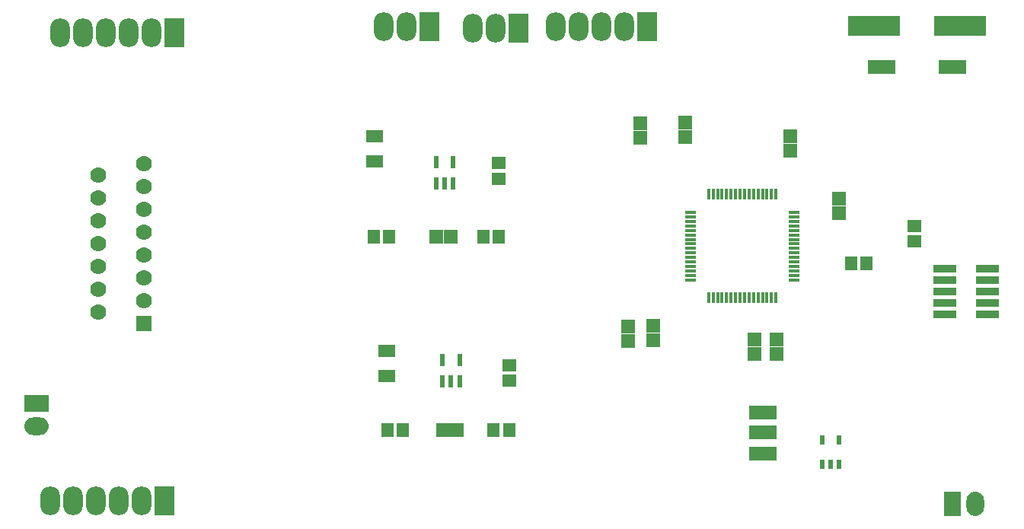
<source format=gts>
G04*
G04 #@! TF.GenerationSoftware,Altium Limited,Altium Designer,20.2.5 (213)*
G04*
G04 Layer_Color=8388736*
%FSAX44Y44*%
%MOMM*%
G71*
G04*
G04 #@! TF.SameCoordinates,DEE1CB44-B07E-4D6A-B40A-D2815B2109DB*
G04*
G04*
G04 #@! TF.FilePolarity,Negative*
G04*
G01*
G75*
%ADD16R,0.5588X1.3208*%
%ADD18R,1.1938X0.3048*%
%ADD19R,0.3048X1.1938*%
%ADD25R,0.5080X0.9779*%
%ADD26R,1.8532X1.4032*%
%ADD27R,1.6032X1.5032*%
%ADD28R,5.8032X2.3032*%
%ADD29R,1.5032X1.6032*%
%ADD30R,1.3532X1.5532*%
%ADD31R,1.5532X1.3532*%
%ADD32R,2.6032X0.9632*%
%ADD33O,2.2032X3.2032*%
%ADD34R,2.2032X3.2032*%
%ADD35R,1.7780X1.7780*%
%ADD36C,1.7780*%
%ADD37R,2.7032X1.9532*%
%ADD38O,2.7032X1.9532*%
%ADD39O,1.9532X2.7032*%
%ADD40R,1.9532X2.7032*%
D16*
X00885240Y00681736D02*
D03*
X00904240D02*
D03*
Y00657860D02*
D03*
X00894740D02*
D03*
X00885240D02*
D03*
X00892200Y00437642D02*
D03*
X00901700D02*
D03*
X00911200D02*
D03*
Y00461518D02*
D03*
X00892200D02*
D03*
D18*
X01283050Y00625510D02*
D03*
Y00620510D02*
D03*
Y00615510D02*
D03*
Y00610510D02*
D03*
Y00605510D02*
D03*
Y00600510D02*
D03*
Y00595510D02*
D03*
Y00590510D02*
D03*
Y00585510D02*
D03*
Y00580510D02*
D03*
Y00575510D02*
D03*
Y00570510D02*
D03*
Y00565510D02*
D03*
Y00560510D02*
D03*
Y00555510D02*
D03*
Y00550510D02*
D03*
X01168050D02*
D03*
Y00555510D02*
D03*
Y00560510D02*
D03*
Y00565510D02*
D03*
Y00570510D02*
D03*
Y00575510D02*
D03*
Y00580510D02*
D03*
Y00585510D02*
D03*
Y00590510D02*
D03*
Y00595510D02*
D03*
Y00600510D02*
D03*
Y00605510D02*
D03*
Y00610510D02*
D03*
Y00615510D02*
D03*
Y00620510D02*
D03*
Y00625510D02*
D03*
D19*
X01263050Y00530510D02*
D03*
X01258050D02*
D03*
X01253050D02*
D03*
X01248050D02*
D03*
X01243050D02*
D03*
X01238050D02*
D03*
X01233050D02*
D03*
X01228050D02*
D03*
X01223050D02*
D03*
X01218050D02*
D03*
X01213050D02*
D03*
X01208050D02*
D03*
X01203050D02*
D03*
X01198050D02*
D03*
X01193050D02*
D03*
X01188050D02*
D03*
Y00645510D02*
D03*
X01193050D02*
D03*
X01198050D02*
D03*
X01203050D02*
D03*
X01208050D02*
D03*
X01213050D02*
D03*
X01218050D02*
D03*
X01223050D02*
D03*
X01228050D02*
D03*
X01233050D02*
D03*
X01238050D02*
D03*
X01243050D02*
D03*
X01248050D02*
D03*
X01253050D02*
D03*
X01258050D02*
D03*
X01263050D02*
D03*
D25*
X01314053Y00345250D02*
D03*
X01323553D02*
D03*
X01333053D02*
D03*
Y00372555D02*
D03*
X01314053D02*
D03*
D26*
X00830580Y00471200D02*
D03*
Y00443200D02*
D03*
X00816610Y00681960D02*
D03*
Y00709960D02*
D03*
D27*
X01112520Y00708280D02*
D03*
Y00724280D02*
D03*
X01162050Y00709550D02*
D03*
Y00725550D02*
D03*
X01333500Y00624460D02*
D03*
Y00640460D02*
D03*
X01278890Y00694310D02*
D03*
Y00710310D02*
D03*
X01098550Y00482600D02*
D03*
Y00498600D02*
D03*
X01126490Y00483490D02*
D03*
Y00499490D02*
D03*
X01263650Y00468250D02*
D03*
Y00484250D02*
D03*
X01239520D02*
D03*
Y00468250D02*
D03*
D28*
X01372360Y00833120D02*
D03*
X01467360D02*
D03*
D29*
X01372490Y00787400D02*
D03*
X01388490D02*
D03*
X00892430Y00383540D02*
D03*
X00908430D02*
D03*
X00901470Y00598678D02*
D03*
X00885470D02*
D03*
X01451230Y00787400D02*
D03*
X01467230D02*
D03*
X01240410Y00402590D02*
D03*
X01256410D02*
D03*
X01240410Y00381000D02*
D03*
X01256410D02*
D03*
X01240410Y00356870D02*
D03*
X01256410D02*
D03*
D30*
X00815480Y00598170D02*
D03*
X00832980D02*
D03*
X00937400D02*
D03*
X00954900D02*
D03*
X00830720Y00383540D02*
D03*
X00848220D02*
D03*
X00948830D02*
D03*
X00966330D02*
D03*
X01346340Y00568960D02*
D03*
X01363840D02*
D03*
D31*
X00955040Y00680580D02*
D03*
Y00663080D02*
D03*
X00966470Y00455650D02*
D03*
Y00438150D02*
D03*
X01417320Y00610730D02*
D03*
Y00593230D02*
D03*
D32*
X01450600Y00511810D02*
D03*
Y00524510D02*
D03*
Y00537210D02*
D03*
Y00549910D02*
D03*
Y00562610D02*
D03*
X01498600Y00511810D02*
D03*
Y00524510D02*
D03*
Y00537210D02*
D03*
Y00549910D02*
D03*
Y00562610D02*
D03*
D33*
X01069340Y00831850D02*
D03*
X01018540D02*
D03*
X01043940D02*
D03*
X01094740D02*
D03*
X00925830Y00830580D02*
D03*
X00951230D02*
D03*
X00826770Y00831850D02*
D03*
X00852170D02*
D03*
X00492760Y00825500D02*
D03*
X00518160D02*
D03*
X00568960D02*
D03*
X00467360D02*
D03*
X00543560D02*
D03*
X00506730Y00304800D02*
D03*
X00455930D02*
D03*
X00481330D02*
D03*
X00532130D02*
D03*
X00557530D02*
D03*
D34*
X01120140Y00831850D02*
D03*
X00976630Y00830580D02*
D03*
X00877570Y00831850D02*
D03*
X00594360Y00825500D02*
D03*
X00582930Y00304800D02*
D03*
D35*
X00560070Y00501650D02*
D03*
D36*
X00509270Y00514350D02*
D03*
X00560070Y00527050D02*
D03*
X00509270Y00539750D02*
D03*
X00560070Y00552450D02*
D03*
X00509270Y00565150D02*
D03*
X00560070Y00577850D02*
D03*
X00509270Y00590550D02*
D03*
X00560070Y00603250D02*
D03*
X00509270Y00615950D02*
D03*
X00560070Y00628650D02*
D03*
X00509270Y00641350D02*
D03*
X00560070Y00654050D02*
D03*
X00509270Y00666750D02*
D03*
X00560070Y00679450D02*
D03*
D37*
X00440690Y00412750D02*
D03*
D38*
Y00387350D02*
D03*
D39*
X01484630Y00300890D02*
D03*
D40*
X01459230D02*
D03*
M02*

</source>
